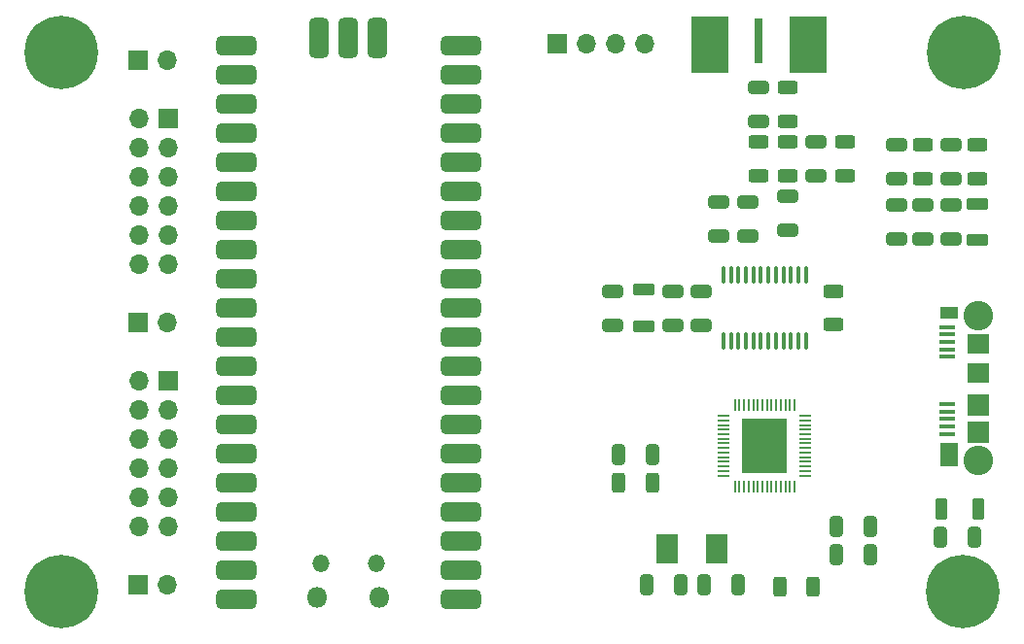
<source format=gbr>
%TF.GenerationSoftware,KiCad,Pcbnew,8.0.4*%
%TF.CreationDate,2024-09-14T20:21:27+07:00*%
%TF.ProjectId,FT600_RP2040,46543630-305f-4525-9032-3034302e6b69,rev?*%
%TF.SameCoordinates,PX7735940PY61c06a0*%
%TF.FileFunction,Soldermask,Top*%
%TF.FilePolarity,Negative*%
%FSLAX46Y46*%
G04 Gerber Fmt 4.6, Leading zero omitted, Abs format (unit mm)*
G04 Created by KiCad (PCBNEW 8.0.4) date 2024-09-14 20:21:27*
%MOMM*%
%LPD*%
G01*
G04 APERTURE LIST*
G04 Aperture macros list*
%AMRoundRect*
0 Rectangle with rounded corners*
0 $1 Rounding radius*
0 $2 $3 $4 $5 $6 $7 $8 $9 X,Y pos of 4 corners*
0 Add a 4 corners polygon primitive as box body*
4,1,4,$2,$3,$4,$5,$6,$7,$8,$9,$2,$3,0*
0 Add four circle primitives for the rounded corners*
1,1,$1+$1,$2,$3*
1,1,$1+$1,$4,$5*
1,1,$1+$1,$6,$7*
1,1,$1+$1,$8,$9*
0 Add four rect primitives between the rounded corners*
20,1,$1+$1,$2,$3,$4,$5,0*
20,1,$1+$1,$4,$5,$6,$7,0*
20,1,$1+$1,$6,$7,$8,$9,0*
20,1,$1+$1,$8,$9,$2,$3,0*%
G04 Aperture macros list end*
%ADD10RoundRect,0.050000X-0.450000X-0.050000X0.450000X-0.050000X0.450000X0.050000X-0.450000X0.050000X0*%
%ADD11RoundRect,0.050000X-0.050000X-0.450000X0.050000X-0.450000X0.050000X0.450000X-0.050000X0.450000X0*%
%ADD12R,3.900000X4.700000*%
%ADD13RoundRect,0.250000X0.325000X0.650000X-0.325000X0.650000X-0.325000X-0.650000X0.325000X-0.650000X0*%
%ADD14R,1.350000X0.400000*%
%ADD15C,2.580000*%
%ADD16R,1.900000X1.900000*%
%ADD17R,1.900000X1.800000*%
%ADD18R,1.600000X1.000000*%
%ADD19R,1.600000X2.100000*%
%ADD20C,0.800000*%
%ADD21C,6.400000*%
%ADD22O,1.800000X1.800000*%
%ADD23O,1.500000X1.500000*%
%ADD24RoundRect,0.425000X1.325000X0.425000X-1.325000X0.425000X-1.325000X-0.425000X1.325000X-0.425000X0*%
%ADD25RoundRect,0.425000X-0.425000X1.325000X-0.425000X-1.325000X0.425000X-1.325000X0.425000X1.325000X0*%
%ADD26R,1.700000X1.700000*%
%ADD27O,1.700000X1.700000*%
%ADD28R,1.900000X2.600000*%
%ADD29RoundRect,0.250000X0.625000X-0.312500X0.625000X0.312500X-0.625000X0.312500X-0.625000X-0.312500X0*%
%ADD30RoundRect,0.250000X0.650000X-0.325000X0.650000X0.325000X-0.650000X0.325000X-0.650000X-0.325000X0*%
%ADD31R,0.700000X4.000000*%
%ADD32R,3.200000X4.900000*%
%ADD33RoundRect,0.250000X-0.275000X-0.700000X0.275000X-0.700000X0.275000X0.700000X-0.275000X0.700000X0*%
%ADD34RoundRect,0.250000X0.312500X0.625000X-0.312500X0.625000X-0.312500X-0.625000X0.312500X-0.625000X0*%
%ADD35RoundRect,0.250000X-0.325000X-0.650000X0.325000X-0.650000X0.325000X0.650000X-0.325000X0.650000X0*%
%ADD36RoundRect,0.100000X-0.100000X0.637500X-0.100000X-0.637500X0.100000X-0.637500X0.100000X0.637500X0*%
%ADD37RoundRect,0.250000X0.700000X-0.275000X0.700000X0.275000X-0.700000X0.275000X-0.700000X-0.275000X0*%
%ADD38RoundRect,0.250000X-0.625000X0.312500X-0.625000X-0.312500X0.625000X-0.312500X0.625000X0.312500X0*%
%ADD39RoundRect,0.250000X-0.650000X0.325000X-0.650000X-0.325000X0.650000X-0.325000X0.650000X0.325000X0*%
%ADD40RoundRect,0.250000X-0.700000X0.275000X-0.700000X-0.275000X0.700000X-0.275000X0.700000X0.275000X0*%
G04 APERTURE END LIST*
D10*
%TO.C,IC2*%
X61200000Y18850000D03*
X61200000Y18450000D03*
X61200000Y18050000D03*
X61200000Y17650000D03*
X61200000Y17250000D03*
X61200000Y16850000D03*
X61200000Y16450000D03*
X61200000Y16050000D03*
X61200000Y15650000D03*
X61200000Y15250000D03*
X61200000Y14850000D03*
X61200000Y14450000D03*
X61200000Y14050000D03*
X61200000Y13650000D03*
D11*
X62150000Y12700000D03*
X62550000Y12700000D03*
X62950000Y12700000D03*
X63350000Y12700000D03*
X63750000Y12700000D03*
X64150000Y12700000D03*
X64550000Y12700000D03*
X64950000Y12700000D03*
X65350000Y12700000D03*
X65750000Y12700000D03*
X66150000Y12700000D03*
X66550000Y12700000D03*
X66950000Y12700000D03*
X67350000Y12700000D03*
D10*
X68300000Y13650000D03*
X68300000Y14050000D03*
X68300000Y14450000D03*
X68300000Y14850000D03*
X68300000Y15250000D03*
X68300000Y15650000D03*
X68300000Y16050000D03*
X68300000Y16450000D03*
X68300000Y16850000D03*
X68300000Y17250000D03*
X68300000Y17650000D03*
X68300000Y18050000D03*
X68300000Y18450000D03*
X68300000Y18850000D03*
D11*
X67350000Y19800000D03*
X66950000Y19800000D03*
X66550000Y19800000D03*
X66150000Y19800000D03*
X65750000Y19800000D03*
X65350000Y19800000D03*
X64950000Y19800000D03*
X64550000Y19800000D03*
X64150000Y19800000D03*
X63750000Y19800000D03*
X63350000Y19800000D03*
X62950000Y19800000D03*
X62550000Y19800000D03*
X62150000Y19800000D03*
D12*
X64750000Y16250000D03*
%TD*%
D13*
%TO.C,C5*%
X54975000Y15500000D03*
X52025000Y15500000D03*
%TD*%
D14*
%TO.C,J8*%
X80675000Y17285000D03*
X80675000Y17935000D03*
X80675000Y18585000D03*
X80675000Y19235000D03*
X80675000Y19885000D03*
X80675000Y23985000D03*
X80675000Y24635000D03*
X80675000Y25285000D03*
X80675000Y25935000D03*
X80675000Y26585000D03*
D15*
X83350000Y14950000D03*
X83350000Y27550000D03*
D16*
X83350000Y17385000D03*
X83350000Y19785000D03*
D17*
X83350000Y22585000D03*
X83350000Y25085000D03*
D18*
X80800000Y27835000D03*
D19*
X80800000Y15485000D03*
%TD*%
D20*
%TO.C,REF\u002A\u002A*%
X1100000Y3500000D03*
X1802944Y5197056D03*
X1802944Y1802944D03*
X3500000Y5900000D03*
D21*
X3500000Y3500000D03*
D20*
X3500000Y1100000D03*
X5197056Y5197056D03*
X5197056Y1802944D03*
X5900000Y3500000D03*
%TD*%
D22*
%TO.C,U1*%
X31225000Y3000000D03*
D23*
X30925000Y6030000D03*
X26075000Y6030000D03*
D22*
X25775000Y3000000D03*
D24*
X38290000Y2870000D03*
X38290000Y5410000D03*
X38290000Y7950000D03*
X38290000Y10490000D03*
X38290000Y13030000D03*
X38290000Y15570000D03*
X38290000Y18110000D03*
X38290000Y20650000D03*
X38290000Y23190000D03*
X38290000Y25730000D03*
X38290000Y28270000D03*
X38290000Y30810000D03*
X38290000Y33350000D03*
X38290000Y35890000D03*
X38290000Y38430000D03*
X38290000Y40970000D03*
X38290000Y43510000D03*
X38290000Y46050000D03*
X38290000Y48590000D03*
X38290000Y51130000D03*
X18710000Y51130000D03*
X18710000Y48590000D03*
X18710000Y46050000D03*
X18710000Y43510000D03*
X18710000Y40970000D03*
X18710000Y38430000D03*
X18710000Y35890000D03*
X18710000Y33350000D03*
X18710000Y30810000D03*
X18710000Y28270000D03*
X18710000Y25730000D03*
X18710000Y23190000D03*
X18710000Y20650000D03*
X18710000Y18110000D03*
X18710000Y15570000D03*
X18710000Y13030000D03*
X18710000Y10490000D03*
X18710000Y7950000D03*
X18710000Y5410000D03*
X18710000Y2870000D03*
D25*
X31040000Y51800000D03*
X28500000Y51800000D03*
X25960000Y51800000D03*
%TD*%
D13*
%TO.C,C13*%
X57450000Y4125000D03*
X54500000Y4125000D03*
%TD*%
D26*
%TO.C,J4*%
X10225000Y49830000D03*
D27*
X12765000Y49830000D03*
%TD*%
D28*
%TO.C,Y1*%
X56250000Y7300000D03*
X60550000Y7300000D03*
%TD*%
D29*
%TO.C,R1*%
X66750000Y44537500D03*
X66750000Y47462500D03*
%TD*%
D26*
%TO.C,J3*%
X12790000Y21920000D03*
D27*
X10250000Y21920000D03*
X12790000Y19380000D03*
X10250000Y19380000D03*
X12790000Y16840000D03*
X10250000Y16840000D03*
X12790000Y14300000D03*
X10250000Y14300000D03*
X12790000Y11760000D03*
X10250000Y11760000D03*
X12790000Y9220000D03*
X10250000Y9220000D03*
%TD*%
D29*
%TO.C,R4*%
X66750000Y39787500D03*
X66750000Y42712500D03*
%TD*%
D20*
%TO.C,REF\u002A\u002A*%
X79652944Y50552944D03*
X80355888Y52250000D03*
X80355888Y48855888D03*
X82052944Y52952944D03*
D21*
X82052944Y50552944D03*
D20*
X82052944Y48152944D03*
X83750000Y52250000D03*
X83750000Y48855888D03*
X84452944Y50552944D03*
%TD*%
D30*
%TO.C,C9*%
X59250000Y26775000D03*
X59250000Y29725000D03*
%TD*%
%TO.C,C12*%
X60750000Y34525000D03*
X60750000Y37475000D03*
%TD*%
D31*
%TO.C,J7*%
X64250000Y51500000D03*
D32*
X68500000Y51175000D03*
X60000000Y51175000D03*
%TD*%
D29*
%TO.C,R7*%
X70750000Y26787500D03*
X70750000Y29712500D03*
%TD*%
D33*
%TO.C,FB1*%
X80175000Y10750000D03*
X83325000Y10750000D03*
%TD*%
D34*
%TO.C,R5*%
X68962500Y4000000D03*
X66037500Y4000000D03*
%TD*%
D30*
%TO.C,C10*%
X66750000Y35025000D03*
X66750000Y37975000D03*
%TD*%
D35*
%TO.C,C15*%
X59500000Y4125000D03*
X62450000Y4125000D03*
%TD*%
D30*
%TO.C,C11*%
X56750000Y26775000D03*
X56750000Y29725000D03*
%TD*%
D13*
%TO.C,C16*%
X73975000Y6750000D03*
X71025000Y6750000D03*
%TD*%
%TO.C,C18*%
X73975000Y9250000D03*
X71025000Y9250000D03*
%TD*%
D30*
%TO.C,C17*%
X63250000Y34525000D03*
X63250000Y37475000D03*
%TD*%
D36*
%TO.C,U4*%
X68325000Y31112500D03*
X67675000Y31112500D03*
X67025000Y31112500D03*
X66375000Y31112500D03*
X65725000Y31112500D03*
X65075000Y31112500D03*
X64425000Y31112500D03*
X63775000Y31112500D03*
X63125000Y31112500D03*
X62475000Y31112500D03*
X61825000Y31112500D03*
X61175000Y31112500D03*
X61175000Y25387500D03*
X61825000Y25387500D03*
X62475000Y25387500D03*
X63125000Y25387500D03*
X63775000Y25387500D03*
X64425000Y25387500D03*
X65075000Y25387500D03*
X65725000Y25387500D03*
X66375000Y25387500D03*
X67025000Y25387500D03*
X67675000Y25387500D03*
X68325000Y25387500D03*
%TD*%
D37*
%TO.C,FB3*%
X83250000Y34175000D03*
X83250000Y37325000D03*
%TD*%
D30*
%TO.C,C20*%
X81000000Y39525000D03*
X81000000Y42475000D03*
%TD*%
D38*
%TO.C,R8*%
X78500000Y42462500D03*
X78500000Y39537500D03*
%TD*%
D39*
%TO.C,C6*%
X78500000Y37225000D03*
X78500000Y34275000D03*
%TD*%
D20*
%TO.C,REF\u002A\u002A*%
X1100000Y50500000D03*
X1802944Y52197056D03*
X1802944Y48802944D03*
X3500000Y52900000D03*
D21*
X3500000Y50500000D03*
D20*
X3500000Y48100000D03*
X5197056Y52197056D03*
X5197056Y48802944D03*
X5900000Y50500000D03*
%TD*%
D30*
%TO.C,C14*%
X51500000Y26775000D03*
X51500000Y29725000D03*
%TD*%
D20*
%TO.C,REF\u002A\u002A*%
X79600000Y3500000D03*
X80302944Y5197056D03*
X80302944Y1802944D03*
X82000000Y5900000D03*
D21*
X82000000Y3500000D03*
D20*
X82000000Y1100000D03*
X83697056Y5197056D03*
X83697056Y1802944D03*
X84400000Y3500000D03*
%TD*%
D38*
%TO.C,R9*%
X83250000Y42462500D03*
X83250000Y39537500D03*
%TD*%
D34*
%TO.C,R6*%
X54962500Y13000000D03*
X52037500Y13000000D03*
%TD*%
D38*
%TO.C,R2*%
X64250000Y42712500D03*
X64250000Y39787500D03*
%TD*%
D39*
%TO.C,C1*%
X64250000Y47475000D03*
X64250000Y44525000D03*
%TD*%
D35*
%TO.C,C21*%
X80025000Y8250000D03*
X82975000Y8250000D03*
%TD*%
D26*
%TO.C,J5*%
X12790000Y44780000D03*
D27*
X10250000Y44780000D03*
X12790000Y42240000D03*
X10250000Y42240000D03*
X12790000Y39700000D03*
X10250000Y39700000D03*
X12790000Y37160000D03*
X10250000Y37160000D03*
X12790000Y34620000D03*
X10250000Y34620000D03*
X12790000Y32080000D03*
X10250000Y32080000D03*
%TD*%
D40*
%TO.C,FB2*%
X54250000Y29825000D03*
X54250000Y26675000D03*
%TD*%
D39*
%TO.C,C8*%
X76250000Y37225000D03*
X76250000Y34275000D03*
%TD*%
D38*
%TO.C,R3*%
X71750000Y42712500D03*
X71750000Y39787500D03*
%TD*%
D26*
%TO.C,J6*%
X10225000Y4170000D03*
D27*
X12765000Y4170000D03*
%TD*%
D30*
%TO.C,C19*%
X76250000Y39525000D03*
X76250000Y42475000D03*
%TD*%
%TO.C,C2*%
X69250000Y39775000D03*
X69250000Y42725000D03*
%TD*%
D39*
%TO.C,C7*%
X81000000Y37225000D03*
X81000000Y34275000D03*
%TD*%
D26*
%TO.C,J1*%
X46700000Y51250000D03*
D27*
X49240000Y51250000D03*
X51780000Y51250000D03*
X54320000Y51250000D03*
%TD*%
D26*
%TO.C,J2*%
X10225000Y27000000D03*
D27*
X12765000Y27000000D03*
%TD*%
M02*

</source>
